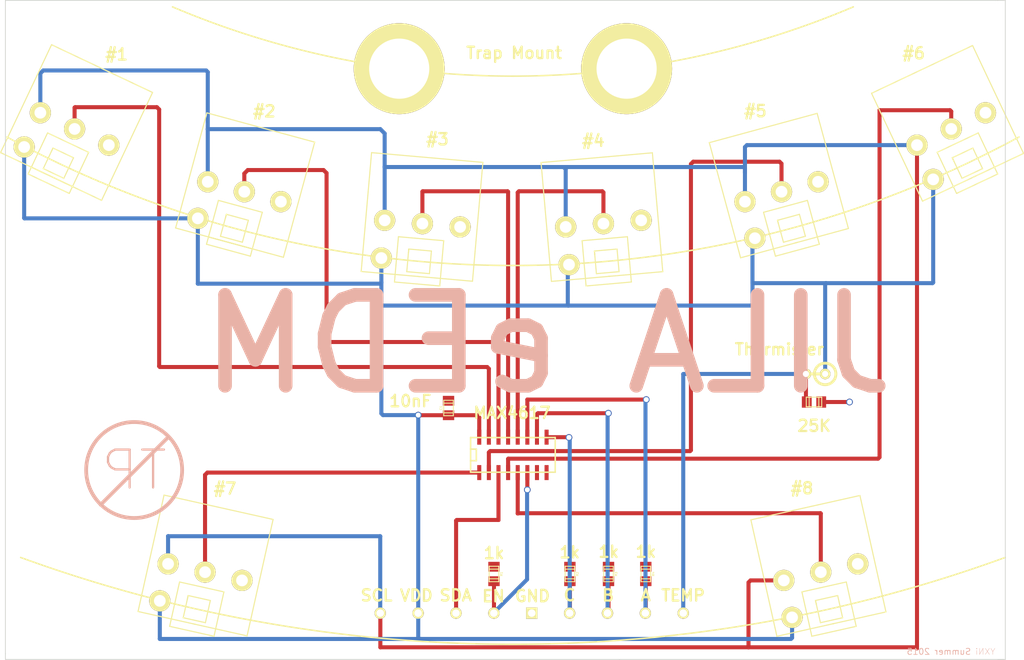
<source format=kicad_pcb>
(kicad_pcb (version 3) (host pcbnew "(2013-07-07 BZR 4022)-stable")

  (general
    (links 53)
    (no_connects 15)
    (area 132.035664 34.899999 267.738315 227.070001)
    (thickness 1.6)
    (drawings 47)
    (tracks 171)
    (zones 0)
    (modules 18)
    (nets 18)
  )

  (page A3)
  (layers
    (15 F.Cu signal)
    (0 B.Cu signal)
    (16 B.Adhes user)
    (17 F.Adhes user)
    (18 B.Paste user)
    (19 F.Paste user)
    (20 B.SilkS user hide)
    (21 F.SilkS user)
    (22 B.Mask user)
    (23 F.Mask user)
    (24 Dwgs.User user)
    (25 Cmts.User user)
    (26 Eco1.User user)
    (27 Eco2.User user)
    (28 Edge.Cuts user)
  )

  (setup
    (last_trace_width 0.5334)
    (trace_clearance 0.254)
    (zone_clearance 0.8)
    (zone_45_only no)
    (trace_min 0.254)
    (segment_width 0.2)
    (edge_width 0.1)
    (via_size 0.889)
    (via_drill 0.635)
    (via_min_size 0.889)
    (via_min_drill 0.508)
    (uvia_size 0.508)
    (uvia_drill 0.127)
    (uvias_allowed no)
    (uvia_min_size 0.508)
    (uvia_min_drill 0.127)
    (pcb_text_width 0.3)
    (pcb_text_size 1.5 1.5)
    (mod_edge_width 0.15)
    (mod_text_size 1 1)
    (mod_text_width 0.15)
    (pad_size 12 12)
    (pad_drill 7.9375)
    (pad_to_mask_clearance 0)
    (aux_axis_origin 0 0)
    (visible_elements 7FFFFFFF)
    (pcbplotparams
      (layerselection 284196865)
      (usegerberextensions false)
      (excludeedgelayer true)
      (linewidth 0.150000)
      (plotframeref false)
      (viasonmask false)
      (mode 1)
      (useauxorigin false)
      (hpglpennumber 1)
      (hpglpenspeed 20)
      (hpglpendiameter 15)
      (hpglpenoverlay 2)
      (psnegative false)
      (psa4output false)
      (plotreference false)
      (plotvalue false)
      (plotothertext false)
      (plotinvisibletext false)
      (padsonsilk false)
      (subtractmaskfromsilk false)
      (outputformat 2)
      (mirror false)
      (drillshape 0)
      (scaleselection 1)
      (outputdirectory ../../../../../Desktop/))
  )

  (net 0 "")
  (net 1 A)
  (net 2 B)
  (net 3 C)
  (net 4 EN)
  (net 5 GND)
  (net 6 SCL)
  (net 7 SDA)
  (net 8 SDA1)
  (net 9 SDA2)
  (net 10 SDA3)
  (net 11 SDA4)
  (net 12 SDA5)
  (net 13 SDA6)
  (net 14 SDA7)
  (net 15 SDA8)
  (net 16 TEMP)
  (net 17 VDD)

  (net_class Default "This is the default net class."
    (clearance 0.254)
    (trace_width 0.5334)
    (via_dia 0.889)
    (via_drill 0.635)
    (uvia_dia 0.508)
    (uvia_drill 0.127)
    (add_net "")
    (add_net A)
    (add_net B)
    (add_net C)
    (add_net EN)
    (add_net GND)
    (add_net SCL)
    (add_net SDA)
    (add_net SDA1)
    (add_net SDA2)
    (add_net SDA3)
    (add_net SDA4)
    (add_net SDA5)
    (add_net SDA6)
    (add_net SDA7)
    (add_net SDA8)
    (add_net TEMP)
    (add_net VDD)
  )

  (net_class Pads_0805 ""
    (clearance 0.254)
    (trace_width 1)
    (via_dia 0.889)
    (via_drill 0.635)
    (uvia_dia 0.508)
    (uvia_drill 0.127)
  )

  (module bolt_conn_host_single_supply (layer F.Cu) (tedit 55CCBFC0) (tstamp 55CA8D7D)
    (at 241.7335 220.36 12.6)
    (path /55A05683)
    (fp_text reference P8 (at 0 -12 12.6) (layer F.SilkS) hide
      (effects (font (size 1 1) (thickness 0.15)))
    )
    (fp_text value BOLT_CONN_SINGLE_SUPP (at 0 -10 12.6) (layer F.SilkS) hide
      (effects (font (size 1 1) (thickness 0.15)))
    )
    (fp_line (start -3 -3) (end 3 -3) (layer F.SilkS) (width 0.15))
    (fp_line (start 3 -3) (end 3 3) (layer F.SilkS) (width 0.15))
    (fp_line (start 3 3) (end -3 3) (layer F.SilkS) (width 0.15))
    (fp_line (start -3 3) (end -3 -3) (layer F.SilkS) (width 0.15))
    (fp_line (start 0 2) (end 7.25 2) (layer F.SilkS) (width 0.15))
    (fp_line (start 7.25 2) (end 7.25 -13.75) (layer F.SilkS) (width 0.15))
    (fp_line (start 7.25 -13.75) (end -7.5 -13.75) (layer F.SilkS) (width 0.15))
    (fp_line (start -7.5 -13.75) (end -7.5 2) (layer F.SilkS) (width 0.15))
    (fp_line (start -7.5 2) (end 0.25 2) (layer F.SilkS) (width 0.15))
    (fp_line (start -1.5 -1.5) (end 1.5 -1.5) (layer F.SilkS) (width 0.15))
    (fp_line (start 1.5 -1.5) (end 1.5 1.5) (layer F.SilkS) (width 0.15))
    (fp_line (start 1.5 1.5) (end -1.5 1.5) (layer F.SilkS) (width 0.15))
    (fp_line (start -1.5 1.5) (end -1.5 -1.5) (layer F.SilkS) (width 0.15))
    (fp_line (start -1.5 -1.5) (end -1.5 -1) (layer F.SilkS) (width 0.15))
    (pad 4 thru_hole circle (at 0 -5 12.6) (size 2.8 2.8) (drill 1.55)
      (layers *.Cu F.SilkS F.Mask)
      (net 15 SDA8)
    )
    (pad 2 thru_hole circle (at 5 -5 12.6) (size 2.8 2.8) (drill 1.55)
      (layers *.Cu F.SilkS F.Mask)
      (net 5 GND)
    )
    (pad 3 thru_hole circle (at -5 -5 12.6) (size 2.8 2.8) (drill 1.55)
      (layers *.Cu F.SilkS F.Mask)
      (net 6 SCL)
    )
    (pad 1 thru_hole circle (at -5 0 12.6) (size 2.8 2.8) (drill 1.55)
      (layers *.Cu F.SilkS F.Mask)
      (net 17 VDD)
    )
  )

  (module bolt_conn_host_single_supply (layer F.Cu) (tedit 55CCBFAA) (tstamp 55CA8D6B)
    (at 158.2665 220.36 347.4)
    (path /55A05679)
    (fp_text reference P7 (at 0 -12 347.4) (layer F.SilkS) hide
      (effects (font (size 1 1) (thickness 0.15)))
    )
    (fp_text value BOLT_CONN_SINGLE_SUPP (at 0 -10 347.4) (layer F.SilkS) hide
      (effects (font (size 1 1) (thickness 0.15)))
    )
    (fp_line (start -3 -3) (end 3 -3) (layer F.SilkS) (width 0.15))
    (fp_line (start 3 -3) (end 3 3) (layer F.SilkS) (width 0.15))
    (fp_line (start 3 3) (end -3 3) (layer F.SilkS) (width 0.15))
    (fp_line (start -3 3) (end -3 -3) (layer F.SilkS) (width 0.15))
    (fp_line (start 0 2) (end 7.25 2) (layer F.SilkS) (width 0.15))
    (fp_line (start 7.25 2) (end 7.25 -13.75) (layer F.SilkS) (width 0.15))
    (fp_line (start 7.25 -13.75) (end -7.5 -13.75) (layer F.SilkS) (width 0.15))
    (fp_line (start -7.5 -13.75) (end -7.5 2) (layer F.SilkS) (width 0.15))
    (fp_line (start -7.5 2) (end 0.25 2) (layer F.SilkS) (width 0.15))
    (fp_line (start -1.5 -1.5) (end 1.5 -1.5) (layer F.SilkS) (width 0.15))
    (fp_line (start 1.5 -1.5) (end 1.5 1.5) (layer F.SilkS) (width 0.15))
    (fp_line (start 1.5 1.5) (end -1.5 1.5) (layer F.SilkS) (width 0.15))
    (fp_line (start -1.5 1.5) (end -1.5 -1.5) (layer F.SilkS) (width 0.15))
    (fp_line (start -1.5 -1.5) (end -1.5 -1) (layer F.SilkS) (width 0.15))
    (pad 4 thru_hole circle (at 0 -5 347.4) (size 2.8 2.8) (drill 1.55)
      (layers *.Cu F.SilkS F.Mask)
      (net 14 SDA7)
    )
    (pad 2 thru_hole circle (at 5 -5 347.4) (size 2.8 2.8) (drill 1.55)
      (layers *.Cu F.SilkS F.Mask)
      (net 5 GND)
    )
    (pad 3 thru_hole circle (at -5 -5 347.4) (size 2.8 2.8) (drill 1.55)
      (layers *.Cu F.SilkS F.Mask)
      (net 6 SCL)
    )
    (pad 1 thru_hole circle (at -5 0 347.4) (size 2.8 2.8) (drill 1.55)
      (layers *.Cu F.SilkS F.Mask)
      (net 17 VDD)
    )
  )

  (module bolt_conn_host_single_supply (layer F.Cu) (tedit 55CCBFA3) (tstamp 55CA8D35)
    (at 260 161.4911 25.3)
    (path /55A0565B)
    (fp_text reference P6 (at 0 -12 25.3) (layer F.SilkS) hide
      (effects (font (size 1 1) (thickness 0.15)))
    )
    (fp_text value BOLT_CONN_SINGLE_SUPP (at 0 -10 25.3) (layer F.SilkS) hide
      (effects (font (size 1 1) (thickness 0.15)))
    )
    (fp_line (start -3 -3) (end 3 -3) (layer F.SilkS) (width 0.15))
    (fp_line (start 3 -3) (end 3 3) (layer F.SilkS) (width 0.15))
    (fp_line (start 3 3) (end -3 3) (layer F.SilkS) (width 0.15))
    (fp_line (start -3 3) (end -3 -3) (layer F.SilkS) (width 0.15))
    (fp_line (start 0 2) (end 7.25 2) (layer F.SilkS) (width 0.15))
    (fp_line (start 7.25 2) (end 7.25 -13.75) (layer F.SilkS) (width 0.15))
    (fp_line (start 7.25 -13.75) (end -7.5 -13.75) (layer F.SilkS) (width 0.15))
    (fp_line (start -7.5 -13.75) (end -7.5 2) (layer F.SilkS) (width 0.15))
    (fp_line (start -7.5 2) (end 0.25 2) (layer F.SilkS) (width 0.15))
    (fp_line (start -1.5 -1.5) (end 1.5 -1.5) (layer F.SilkS) (width 0.15))
    (fp_line (start 1.5 -1.5) (end 1.5 1.5) (layer F.SilkS) (width 0.15))
    (fp_line (start 1.5 1.5) (end -1.5 1.5) (layer F.SilkS) (width 0.15))
    (fp_line (start -1.5 1.5) (end -1.5 -1.5) (layer F.SilkS) (width 0.15))
    (fp_line (start -1.5 -1.5) (end -1.5 -1) (layer F.SilkS) (width 0.15))
    (pad 4 thru_hole circle (at 0 -5 25.3) (size 2.8 2.8) (drill 1.55)
      (layers *.Cu F.SilkS F.Mask)
      (net 13 SDA6)
    )
    (pad 2 thru_hole circle (at 5 -5 25.3) (size 2.8 2.8) (drill 1.55)
      (layers *.Cu F.SilkS F.Mask)
      (net 5 GND)
    )
    (pad 3 thru_hole circle (at -5 -5 25.3) (size 2.8 2.8) (drill 1.55)
      (layers *.Cu F.SilkS F.Mask)
      (net 6 SCL)
    )
    (pad 1 thru_hole circle (at -5 0 25.3) (size 2.8 2.8) (drill 1.55)
      (layers *.Cu F.SilkS F.Mask)
      (net 17 VDD)
    )
  )

  (module bolt_conn_host_single_supply (layer F.Cu) (tedit 55CCBF9E) (tstamp 55CA8D23)
    (at 236.7682 170.0855 15.2)
    (path /55A05651)
    (fp_text reference P5 (at 0 -12 15.2) (layer F.SilkS) hide
      (effects (font (size 1 1) (thickness 0.15)))
    )
    (fp_text value BOLT_CONN_SINGLE_SUPP (at 0 -10 15.2) (layer F.SilkS) hide
      (effects (font (size 1 1) (thickness 0.15)))
    )
    (fp_line (start -3 -3) (end 3 -3) (layer F.SilkS) (width 0.15))
    (fp_line (start 3 -3) (end 3 3) (layer F.SilkS) (width 0.15))
    (fp_line (start 3 3) (end -3 3) (layer F.SilkS) (width 0.15))
    (fp_line (start -3 3) (end -3 -3) (layer F.SilkS) (width 0.15))
    (fp_line (start 0 2) (end 7.25 2) (layer F.SilkS) (width 0.15))
    (fp_line (start 7.25 2) (end 7.25 -13.75) (layer F.SilkS) (width 0.15))
    (fp_line (start 7.25 -13.75) (end -7.5 -13.75) (layer F.SilkS) (width 0.15))
    (fp_line (start -7.5 -13.75) (end -7.5 2) (layer F.SilkS) (width 0.15))
    (fp_line (start -7.5 2) (end 0.25 2) (layer F.SilkS) (width 0.15))
    (fp_line (start -1.5 -1.5) (end 1.5 -1.5) (layer F.SilkS) (width 0.15))
    (fp_line (start 1.5 -1.5) (end 1.5 1.5) (layer F.SilkS) (width 0.15))
    (fp_line (start 1.5 1.5) (end -1.5 1.5) (layer F.SilkS) (width 0.15))
    (fp_line (start -1.5 1.5) (end -1.5 -1.5) (layer F.SilkS) (width 0.15))
    (fp_line (start -1.5 -1.5) (end -1.5 -1) (layer F.SilkS) (width 0.15))
    (pad 4 thru_hole circle (at 0 -5 15.2) (size 2.8 2.8) (drill 1.55)
      (layers *.Cu F.SilkS F.Mask)
      (net 12 SDA5)
    )
    (pad 2 thru_hole circle (at 5 -5 15.2) (size 2.8 2.8) (drill 1.55)
      (layers *.Cu F.SilkS F.Mask)
      (net 5 GND)
    )
    (pad 3 thru_hole circle (at -5 -5 15.2) (size 2.8 2.8) (drill 1.55)
      (layers *.Cu F.SilkS F.Mask)
      (net 6 SCL)
    )
    (pad 1 thru_hole circle (at -5 0 15.2) (size 2.8 2.8) (drill 1.55)
      (layers *.Cu F.SilkS F.Mask)
      (net 17 VDD)
    )
  )

  (module bolt_conn_host_single_supply (layer F.Cu) (tedit 55CCBF9B) (tstamp 55CA8D59)
    (at 212.3853 174.4511 5)
    (path /55A0566F)
    (fp_text reference P4 (at 0 -12 5) (layer F.SilkS) hide
      (effects (font (size 1 1) (thickness 0.15)))
    )
    (fp_text value BOLT_CONN_SINGLE_SUPP (at 0 -10 5) (layer F.SilkS) hide
      (effects (font (size 1 1) (thickness 0.15)))
    )
    (fp_line (start -3 -3) (end 3 -3) (layer F.SilkS) (width 0.15))
    (fp_line (start 3 -3) (end 3 3) (layer F.SilkS) (width 0.15))
    (fp_line (start 3 3) (end -3 3) (layer F.SilkS) (width 0.15))
    (fp_line (start -3 3) (end -3 -3) (layer F.SilkS) (width 0.15))
    (fp_line (start 0 2) (end 7.25 2) (layer F.SilkS) (width 0.15))
    (fp_line (start 7.25 2) (end 7.25 -13.75) (layer F.SilkS) (width 0.15))
    (fp_line (start 7.25 -13.75) (end -7.5 -13.75) (layer F.SilkS) (width 0.15))
    (fp_line (start -7.5 -13.75) (end -7.5 2) (layer F.SilkS) (width 0.15))
    (fp_line (start -7.5 2) (end 0.25 2) (layer F.SilkS) (width 0.15))
    (fp_line (start -1.5 -1.5) (end 1.5 -1.5) (layer F.SilkS) (width 0.15))
    (fp_line (start 1.5 -1.5) (end 1.5 1.5) (layer F.SilkS) (width 0.15))
    (fp_line (start 1.5 1.5) (end -1.5 1.5) (layer F.SilkS) (width 0.15))
    (fp_line (start -1.5 1.5) (end -1.5 -1.5) (layer F.SilkS) (width 0.15))
    (fp_line (start -1.5 -1.5) (end -1.5 -1) (layer F.SilkS) (width 0.15))
    (pad 4 thru_hole circle (at 0 -5 5) (size 2.8 2.8) (drill 1.55)
      (layers *.Cu F.SilkS F.Mask)
      (net 11 SDA4)
    )
    (pad 2 thru_hole circle (at 5 -5 5) (size 2.8 2.8) (drill 1.55)
      (layers *.Cu F.SilkS F.Mask)
      (net 5 GND)
    )
    (pad 3 thru_hole circle (at -5 -5 5) (size 2.8 2.8) (drill 1.55)
      (layers *.Cu F.SilkS F.Mask)
      (net 6 SCL)
    )
    (pad 1 thru_hole circle (at -5 0 5) (size 2.8 2.8) (drill 1.55)
      (layers *.Cu F.SilkS F.Mask)
      (net 17 VDD)
    )
  )

  (module bolt_conn_host_single_supply (layer F.Cu) (tedit 55CCBF94) (tstamp 55CA8D11)
    (at 163.2318 170.0855 344.8)
    (path /55A05644)
    (fp_text reference P2 (at 0 -12 344.8) (layer F.SilkS) hide
      (effects (font (size 1 1) (thickness 0.15)))
    )
    (fp_text value BOLT_CONN_SINGLE_SUPP (at 0 -10 344.8) (layer F.SilkS) hide
      (effects (font (size 1 1) (thickness 0.15)))
    )
    (fp_line (start -3 -3) (end 3 -3) (layer F.SilkS) (width 0.15))
    (fp_line (start 3 -3) (end 3 3) (layer F.SilkS) (width 0.15))
    (fp_line (start 3 3) (end -3 3) (layer F.SilkS) (width 0.15))
    (fp_line (start -3 3) (end -3 -3) (layer F.SilkS) (width 0.15))
    (fp_line (start 3 2) (end -3 2) (layer F.SilkS) (width 0.15))
    (fp_line (start 0 2) (end 7.25 2) (layer F.SilkS) (width 0.15))
    (fp_line (start 7.25 2) (end 7.25 -13.75) (layer F.SilkS) (width 0.15))
    (fp_line (start 7.25 -13.75) (end -7.5 -13.75) (layer F.SilkS) (width 0.15))
    (fp_line (start -7.5 -13.75) (end -7.5 2) (layer F.SilkS) (width 0.15))
    (fp_line (start -7.5 2) (end 0.25 2) (layer F.SilkS) (width 0.15))
    (fp_line (start -1.5 -1.5) (end 1.5 -1.5) (layer F.SilkS) (width 0.15))
    (fp_line (start 1.5 -1.5) (end 1.5 1.5) (layer F.SilkS) (width 0.15))
    (fp_line (start 1.5 1.5) (end -1.5 1.5) (layer F.SilkS) (width 0.15))
    (fp_line (start -1.5 1.5) (end -1.5 -1.5) (layer F.SilkS) (width 0.15))
    (fp_line (start -1.5 -1.5) (end -1.5 -1) (layer F.SilkS) (width 0.15))
    (pad 4 thru_hole circle (at 0 -5 344.8) (size 2.8 2.8) (drill 1.55)
      (layers *.Cu F.SilkS F.Mask)
      (net 9 SDA2)
    )
    (pad 2 thru_hole circle (at 5 -5 344.8) (size 2.8 2.8) (drill 1.55)
      (layers *.Cu F.SilkS F.Mask)
      (net 5 GND)
    )
    (pad 3 thru_hole circle (at -5 -5 344.8) (size 2.8 2.8) (drill 1.55)
      (layers *.Cu F.SilkS F.Mask)
      (net 6 SCL)
    )
    (pad 1 thru_hole circle (at -5 0 344.8) (size 2.8 2.8) (drill 1.55)
      (layers *.Cu F.SilkS F.Mask)
      (net 17 VDD)
    )
  )

  (module bolt_conn_host_single_supply (layer F.Cu) (tedit 55CCBF90) (tstamp 55CA8CFF)
    (at 140 161.4911 334.7)
    (path /55A055FE)
    (fp_text reference P1 (at 0 -12 334.7) (layer F.SilkS) hide
      (effects (font (size 1 1) (thickness 0.15)))
    )
    (fp_text value BOLT_CONN_SINGLE_SUPP (at 0 -10 334.7) (layer F.SilkS) hide
      (effects (font (size 1 1) (thickness 0.15)))
    )
    (fp_line (start -3 -3) (end 3 -3) (layer F.SilkS) (width 0.15))
    (fp_line (start 3 -3) (end 3 3) (layer F.SilkS) (width 0.15))
    (fp_line (start 3 3) (end -3 3) (layer F.SilkS) (width 0.15))
    (fp_line (start -3 3) (end -3 -3) (layer F.SilkS) (width 0.15))
    (fp_line (start 3 2) (end -3 2) (layer F.SilkS) (width 0.15))
    (fp_line (start 0 2) (end 7.25 2) (layer F.SilkS) (width 0.15))
    (fp_line (start 7.25 2) (end 7.25 -13.75) (layer F.SilkS) (width 0.15))
    (fp_line (start 7.25 -13.75) (end -7.5 -13.75) (layer F.SilkS) (width 0.15))
    (fp_line (start -7.5 -13.75) (end -7.5 2) (layer F.SilkS) (width 0.15))
    (fp_line (start -7.5 2) (end 0.25 2) (layer F.SilkS) (width 0.15))
    (fp_line (start -1.5 -1.5) (end 1.5 -1.5) (layer F.SilkS) (width 0.15))
    (fp_line (start 1.5 -1.5) (end 1.5 1.5) (layer F.SilkS) (width 0.15))
    (fp_line (start 1.5 1.5) (end -1.5 1.5) (layer F.SilkS) (width 0.15))
    (fp_line (start -1.5 1.5) (end -1.5 -1.5) (layer F.SilkS) (width 0.15))
    (fp_line (start -1.5 -1.5) (end -1.5 -1) (layer F.SilkS) (width 0.15))
    (pad 4 thru_hole circle (at 0 -5 334.7) (size 2.8 2.8) (drill 1.55)
      (layers *.Cu F.SilkS F.Mask)
      (net 8 SDA1)
    )
    (pad 2 thru_hole circle (at 5 -5 334.7) (size 2.8 2.8) (drill 1.55)
      (layers *.Cu F.SilkS F.Mask)
      (net 5 GND)
    )
    (pad 3 thru_hole circle (at -5 -5 334.7) (size 2.8 2.8) (drill 1.55)
      (layers *.Cu F.SilkS F.Mask)
      (net 6 SCL)
    )
    (pad 1 thru_hole circle (at -5 0 334.7) (size 2.8 2.8) (drill 1.55)
      (layers *.Cu F.SilkS F.Mask)
      (net 17 VDD)
    )
  )

  (module bolt_conn_host_single_supply (layer F.Cu) (tedit 55CCBF97) (tstamp 55CA8D47)
    (at 187.6147 174.4511 355)
    (path /55A05665)
    (fp_text reference P3 (at 0 -12 355) (layer F.SilkS) hide
      (effects (font (size 1 1) (thickness 0.15)))
    )
    (fp_text value BOLT_CONN_SINGLE_SUPP (at 0 -10 355) (layer F.SilkS) hide
      (effects (font (size 1 1) (thickness 0.15)))
    )
    (fp_line (start -3 -3) (end 3 -3) (layer F.SilkS) (width 0.15))
    (fp_line (start 3 -3) (end 3 3) (layer F.SilkS) (width 0.15))
    (fp_line (start 3 3) (end -3 3) (layer F.SilkS) (width 0.15))
    (fp_line (start -3 3) (end -3 -3) (layer F.SilkS) (width 0.15))
    (fp_line (start 0 2) (end 7.25 2) (layer F.SilkS) (width 0.15))
    (fp_line (start 7.25 2) (end 7.25 -13.75) (layer F.SilkS) (width 0.15))
    (fp_line (start 7.25 -13.75) (end -7.5 -13.75) (layer F.SilkS) (width 0.15))
    (fp_line (start -7.5 -13.75) (end -7.5 2) (layer F.SilkS) (width 0.15))
    (fp_line (start -7.5 2) (end 0.25 2) (layer F.SilkS) (width 0.15))
    (fp_line (start -1.5 -1.5) (end 1.5 -1.5) (layer F.SilkS) (width 0.15))
    (fp_line (start 1.5 -1.5) (end 1.5 1.5) (layer F.SilkS) (width 0.15))
    (fp_line (start 1.5 1.5) (end -1.5 1.5) (layer F.SilkS) (width 0.15))
    (fp_line (start -1.5 1.5) (end -1.5 -1.5) (layer F.SilkS) (width 0.15))
    (fp_line (start -1.5 -1.5) (end -1.5 -1) (layer F.SilkS) (width 0.15))
    (pad 4 thru_hole circle (at 0 -5 355) (size 2.8 2.8) (drill 1.55)
      (layers *.Cu F.SilkS F.Mask)
      (net 10 SDA3)
    )
    (pad 2 thru_hole circle (at 5 -5 355) (size 2.8 2.8) (drill 1.55)
      (layers *.Cu F.SilkS F.Mask)
      (net 5 GND)
    )
    (pad 3 thru_hole circle (at -5 -5 355) (size 2.8 2.8) (drill 1.55)
      (layers *.Cu F.SilkS F.Mask)
      (net 6 SCL)
    )
    (pad 1 thru_hole circle (at -5 0 355) (size 2.8 2.8) (drill 1.55)
      (layers *.Cu F.SilkS F.Mask)
      (net 17 VDD)
    )
  )

  (module Mounting_Hole (layer F.Cu) (tedit 55CA69F2) (tstamp 55CA94E7)
    (at 200 150)
    (fp_text reference "" (at 0 0) (layer F.SilkS) hide
      (effects (font (size 1 1) (thickness 0.15)))
    )
    (fp_text value "" (at 0 0) (layer F.SilkS) hide
      (effects (font (size 1 1) (thickness 0.15)))
    )
    (pad "" np_thru_hole circle (at -15.011 -0.984) (size 12 12) (drill 7.9375)
      (layers *.Cu *.Mask F.SilkS)
    )
    (pad "" np_thru_hole circle (at 15.011 -0.984) (size 12 12) (drill 7.9375)
      (layers *.Cu *.Mask F.SilkS)
    )
  )

  (module c_0805 (layer F.Cu) (tedit 49047394) (tstamp 55A80DB4)
    (at 207.52 215.72 270)
    (descr "SMT capacitor, 0805")
    (path /55A80B34)
    (fp_text reference R2 (at 0 -0.9906 270) (layer F.SilkS)
      (effects (font (size 0.29972 0.29972) (thickness 0.06096)))
    )
    (fp_text value 1k (at 0 0.9906 270) (layer F.SilkS) hide
      (effects (font (size 0.29972 0.29972) (thickness 0.06096)))
    )
    (fp_line (start 0.635 -0.635) (end 0.635 0.635) (layer F.SilkS) (width 0.127))
    (fp_line (start -0.635 -0.635) (end -0.635 0.6096) (layer F.SilkS) (width 0.127))
    (fp_line (start -1.016 -0.635) (end 1.016 -0.635) (layer F.SilkS) (width 0.127))
    (fp_line (start 1.016 -0.635) (end 1.016 0.635) (layer F.SilkS) (width 0.127))
    (fp_line (start 1.016 0.635) (end -1.016 0.635) (layer F.SilkS) (width 0.127))
    (fp_line (start -1.016 0.635) (end -1.016 -0.635) (layer F.SilkS) (width 0.127))
    (pad 1 smd rect (at 0.9525 0 270) (size 1.30048 1.4986)
      (layers F.Cu F.Paste F.Mask)
      (net 3 C)
    )
    (pad 2 smd rect (at -0.9525 0 270) (size 1.30048 1.4986)
      (layers F.Cu F.Paste F.Mask)
      (net 5 GND)
    )
    (model smd/capacitors/c_0805.wrl
      (at (xyz 0 0 0))
      (scale (xyz 1 1 1))
      (rotate (xyz 0 0 0))
    )
  )

  (module c_0805 (layer F.Cu) (tedit 49047394) (tstamp 55A80DC0)
    (at 212.62 215.72 270)
    (descr "SMT capacitor, 0805")
    (path /55A80B41)
    (fp_text reference R3 (at 0 -0.9906 270) (layer F.SilkS)
      (effects (font (size 0.29972 0.29972) (thickness 0.06096)))
    )
    (fp_text value 1k (at 0 0.9906 270) (layer F.SilkS) hide
      (effects (font (size 0.29972 0.29972) (thickness 0.06096)))
    )
    (fp_line (start 0.635 -0.635) (end 0.635 0.635) (layer F.SilkS) (width 0.127))
    (fp_line (start -0.635 -0.635) (end -0.635 0.6096) (layer F.SilkS) (width 0.127))
    (fp_line (start -1.016 -0.635) (end 1.016 -0.635) (layer F.SilkS) (width 0.127))
    (fp_line (start 1.016 -0.635) (end 1.016 0.635) (layer F.SilkS) (width 0.127))
    (fp_line (start 1.016 0.635) (end -1.016 0.635) (layer F.SilkS) (width 0.127))
    (fp_line (start -1.016 0.635) (end -1.016 -0.635) (layer F.SilkS) (width 0.127))
    (pad 1 smd rect (at 0.9525 0 270) (size 1.30048 1.4986)
      (layers F.Cu F.Paste F.Mask)
      (net 2 B)
    )
    (pad 2 smd rect (at -0.9525 0 270) (size 1.30048 1.4986)
      (layers F.Cu F.Paste F.Mask)
      (net 5 GND)
    )
    (model smd/capacitors/c_0805.wrl
      (at (xyz 0 0 0))
      (scale (xyz 1 1 1))
      (rotate (xyz 0 0 0))
    )
  )

  (module c_0805 (layer F.Cu) (tedit 49047394) (tstamp 55A80DCC)
    (at 217.54 215.72 270)
    (descr "SMT capacitor, 0805")
    (path /55A80B47)
    (fp_text reference R4 (at 0 -0.9906 270) (layer F.SilkS)
      (effects (font (size 0.29972 0.29972) (thickness 0.06096)))
    )
    (fp_text value 1k (at 0 0.9906 270) (layer F.SilkS) hide
      (effects (font (size 0.29972 0.29972) (thickness 0.06096)))
    )
    (fp_line (start 0.635 -0.635) (end 0.635 0.635) (layer F.SilkS) (width 0.127))
    (fp_line (start -0.635 -0.635) (end -0.635 0.6096) (layer F.SilkS) (width 0.127))
    (fp_line (start -1.016 -0.635) (end 1.016 -0.635) (layer F.SilkS) (width 0.127))
    (fp_line (start 1.016 -0.635) (end 1.016 0.635) (layer F.SilkS) (width 0.127))
    (fp_line (start 1.016 0.635) (end -1.016 0.635) (layer F.SilkS) (width 0.127))
    (fp_line (start -1.016 0.635) (end -1.016 -0.635) (layer F.SilkS) (width 0.127))
    (pad 1 smd rect (at 0.9525 0 270) (size 1.30048 1.4986)
      (layers F.Cu F.Paste F.Mask)
      (net 1 A)
    )
    (pad 2 smd rect (at -0.9525 0 270) (size 1.30048 1.4986)
      (layers F.Cu F.Paste F.Mask)
      (net 5 GND)
    )
    (model smd/capacitors/c_0805.wrl
      (at (xyz 0 0 0))
      (scale (xyz 1 1 1))
      (rotate (xyz 0 0 0))
    )
  )

  (module c_0805 (layer F.Cu) (tedit 49047394) (tstamp 55CA368C)
    (at 191.5 193.81 90)
    (descr "SMT capacitor, 0805")
    (path /55A80B4F)
    (fp_text reference C1 (at 0 -0.9906 90) (layer F.SilkS)
      (effects (font (size 0.29972 0.29972) (thickness 0.06096)))
    )
    (fp_text value 10nF (at 0 0.9906 90) (layer F.SilkS) hide
      (effects (font (size 0.29972 0.29972) (thickness 0.06096)))
    )
    (fp_line (start 0.635 -0.635) (end 0.635 0.635) (layer F.SilkS) (width 0.127))
    (fp_line (start -0.635 -0.635) (end -0.635 0.6096) (layer F.SilkS) (width 0.127))
    (fp_line (start -1.016 -0.635) (end 1.016 -0.635) (layer F.SilkS) (width 0.127))
    (fp_line (start 1.016 -0.635) (end 1.016 0.635) (layer F.SilkS) (width 0.127))
    (fp_line (start 1.016 0.635) (end -1.016 0.635) (layer F.SilkS) (width 0.127))
    (fp_line (start -1.016 0.635) (end -1.016 -0.635) (layer F.SilkS) (width 0.127))
    (pad 1 smd rect (at 0.9525 0 90) (size 1.30048 1.4986)
      (layers F.Cu F.Paste F.Mask)
      (net 5 GND)
    )
    (pad 2 smd rect (at -0.9525 0 90) (size 1.30048 1.4986)
      (layers F.Cu F.Paste F.Mask)
      (net 17 VDD)
    )
    (model smd/capacitors/c_0805.wrl
      (at (xyz 0 0 0))
      (scale (xyz 1 1 1))
      (rotate (xyz 0 0 0))
    )
  )

  (module c_0805 (layer F.Cu) (tedit 49047394) (tstamp 55A80DE4)
    (at 197.5 215.72 270)
    (descr "SMT capacitor, 0805")
    (path /55A80B5C)
    (fp_text reference R1 (at 0 -0.9906 270) (layer F.SilkS)
      (effects (font (size 0.29972 0.29972) (thickness 0.06096)))
    )
    (fp_text value 1k (at 0 0.9906 270) (layer F.SilkS) hide
      (effects (font (size 0.29972 0.29972) (thickness 0.06096)))
    )
    (fp_line (start 0.635 -0.635) (end 0.635 0.635) (layer F.SilkS) (width 0.127))
    (fp_line (start -0.635 -0.635) (end -0.635 0.6096) (layer F.SilkS) (width 0.127))
    (fp_line (start -1.016 -0.635) (end 1.016 -0.635) (layer F.SilkS) (width 0.127))
    (fp_line (start 1.016 -0.635) (end 1.016 0.635) (layer F.SilkS) (width 0.127))
    (fp_line (start 1.016 0.635) (end -1.016 0.635) (layer F.SilkS) (width 0.127))
    (fp_line (start -1.016 0.635) (end -1.016 -0.635) (layer F.SilkS) (width 0.127))
    (pad 1 smd rect (at 0.9525 0 270) (size 1.30048 1.4986)
      (layers F.Cu F.Paste F.Mask)
      (net 4 EN)
    )
    (pad 2 smd rect (at -0.9525 0 270) (size 1.30048 1.4986)
      (layers F.Cu F.Paste F.Mask)
      (net 5 GND)
    )
    (model smd/capacitors/c_0805.wrl
      (at (xyz 0 0 0))
      (scale (xyz 1 1 1))
      (rotate (xyz 0 0 0))
    )
  )

  (module SO-16-Narrow (layer F.Cu) (tedit 55CCBFCF) (tstamp 55A83C52)
    (at 200 200)
    (descr "Module CMS SOJ 16 pins large")
    (tags "CMS SOJ")
    (path /55A6BF8F)
    (attr smd)
    (fp_text reference MUX1 (at 0.127 -1.27) (layer F.SilkS) hide
      (effects (font (size 1.016 1.016) (thickness 0.2032)))
    )
    (fp_text value MAX4617 (at 0 1.27) (layer F.SilkS) hide
      (effects (font (size 1.016 1.016) (thickness 0.2032)))
    )
    (fp_line (start -5.588 -0.762) (end -4.826 -0.762) (layer F.SilkS) (width 0.2032))
    (fp_line (start -4.826 -0.762) (end -4.826 0.762) (layer F.SilkS) (width 0.2032))
    (fp_line (start -4.826 0.762) (end -5.588 0.762) (layer F.SilkS) (width 0.2032))
    (fp_line (start 5.588 -2.286) (end 5.588 2.286) (layer F.SilkS) (width 0.2032))
    (fp_line (start 5.588 2.286) (end -5.588 2.286) (layer F.SilkS) (width 0.2032))
    (fp_line (start -5.588 2.286) (end -5.588 -2.286) (layer F.SilkS) (width 0.2032))
    (fp_line (start -5.588 -2.286) (end 5.588 -2.286) (layer F.SilkS) (width 0.2032))
    (pad 16 smd rect (at -4.445 -2.3368) (size 0.5334 1.9812)
      (layers F.Cu F.Paste F.Mask)
      (net 17 VDD)
    )
    (pad 14 smd rect (at -1.905 -2.3368) (size 0.5334 1.9812)
      (layers F.Cu F.Paste F.Mask)
      (net 9 SDA2)
    )
    (pad 13 smd rect (at -0.635 -2.3368) (size 0.5334 1.9812)
      (layers F.Cu F.Paste F.Mask)
      (net 10 SDA3)
    )
    (pad 12 smd rect (at 0.635 -2.3368) (size 0.5334 1.9812)
      (layers F.Cu F.Paste F.Mask)
      (net 11 SDA4)
    )
    (pad 11 smd rect (at 1.905 -2.3368) (size 0.5334 1.9812)
      (layers F.Cu F.Paste F.Mask)
      (net 1 A)
    )
    (pad 10 smd rect (at 3.175 -2.3368) (size 0.5334 1.9812)
      (layers F.Cu F.Paste F.Mask)
      (net 2 B)
    )
    (pad 9 smd rect (at 4.445 -2.3368) (size 0.5334 1.9812)
      (layers F.Cu F.Paste F.Mask)
      (net 3 C)
    )
    (pad 8 smd rect (at 4.445 2.3368) (size 0.5334 1.9812)
      (layers F.Cu F.Paste F.Mask)
      (net 5 GND)
    )
    (pad 7 smd rect (at 3.175 2.3368) (size 0.5334 1.9812)
      (layers F.Cu F.Paste F.Mask)
    )
    (pad 6 smd rect (at 1.905 2.3368) (size 0.5334 1.9812)
      (layers F.Cu F.Paste F.Mask)
      (net 4 EN)
    )
    (pad 5 smd rect (at 0.635 2.3368) (size 0.5334 1.9812)
      (layers F.Cu F.Paste F.Mask)
      (net 15 SDA8)
    )
    (pad 4 smd rect (at -0.635 2.3368) (size 0.5334 1.9812)
      (layers F.Cu F.Paste F.Mask)
      (net 13 SDA6)
    )
    (pad 3 smd rect (at -1.905 2.3368) (size 0.5334 1.9812)
      (layers F.Cu F.Paste F.Mask)
      (net 7 SDA)
    )
    (pad 2 smd rect (at -3.175 2.3368) (size 0.5334 1.9812)
      (layers F.Cu F.Paste F.Mask)
      (net 12 SDA5)
    )
    (pad 1 smd rect (at -4.445 2.3368) (size 0.5334 1.9812)
      (layers F.Cu F.Paste F.Mask)
      (net 14 SDA7)
    )
    (pad 15 smd rect (at -3.175 -2.3368) (size 0.5334 1.9812)
      (layers F.Cu F.Paste F.Mask)
      (net 8 SDA1)
    )
    (model smd/cms_so16.wrl
      (at (xyz 0 0 0))
      (scale (xyz 0.5 0.4 0.5))
      (rotate (xyz 0 0 0))
    )
  )

  (module R1 (layer F.Cu) (tedit 55CB8D02) (tstamp 55CB8C87)
    (at 239.95 189.315 180)
    (descr "Resistance verticale")
    (tags R)
    (path /55CB7ED9)
    (autoplace_cost90 10)
    (autoplace_cost180 10)
    (fp_text reference TEMP1 (at -1.016 2.54 180) (layer F.SilkS) hide
      (effects (font (size 1.397 1.27) (thickness 0.2032)))
    )
    (fp_text value TEMP (at -1.143 2.54 180) (layer F.SilkS) hide
      (effects (font (size 1.397 1.27) (thickness 0.2032)))
    )
    (fp_line (start -1.27 0) (end 1.27 0) (layer F.SilkS) (width 0.381))
    (fp_circle (center -1.27 0) (end -0.635 1.27) (layer F.SilkS) (width 0.381))
    (pad 1 thru_hole circle (at -1.27 0 180) (size 1.397 1.397) (drill 0.8128)
      (layers *.Cu *.Mask F.SilkS)
      (net 17 VDD)
    )
    (pad 2 thru_hole circle (at 1.27 0 180) (size 1.397 1.397) (drill 0.8128)
      (layers *.Cu *.Mask F.SilkS)
      (net 16 TEMP)
    )
    (model discret/verti_resistor.wrl
      (at (xyz 0 0 0))
      (scale (xyz 1 1 1))
      (rotate (xyz 0 0 0))
    )
  )

  (module HOST_DUNGLE_TEMP (layer F.Cu) (tedit 55CCBFB1) (tstamp 55CB8C94)
    (at 202.485 220.89)
    (path /55A6C132)
    (fp_text reference P9 (at 0 -5) (layer F.SilkS) hide
      (effects (font (size 1 1) (thickness 0.15)))
    )
    (fp_text value HOST_CONNECTOR_SINGLE_SUPP (at 0 -10) (layer F.SilkS) hide
      (effects (font (size 1 1) (thickness 0.15)))
    )
    (pad 4 thru_hole rect (at 0 0) (size 1.5 1.5) (drill 1)
      (layers *.Cu *.Mask F.SilkS)
      (net 5 GND)
    )
    (pad 8 thru_hole circle (at -5 0) (size 1.5 1.5) (drill 1)
      (layers *.Cu *.Mask F.SilkS)
      (net 4 EN)
    )
    (pad 2 thru_hole circle (at -10 0) (size 1.5 1.5) (drill 1)
      (layers *.Cu *.Mask F.SilkS)
      (net 7 SDA)
    )
    (pad 3 thru_hole circle (at -15 0) (size 1.5 1.5) (drill 1)
      (layers *.Cu *.Mask F.SilkS)
      (net 17 VDD)
    )
    (pad 1 thru_hole circle (at -20 0) (size 1.5 1.5) (drill 1)
      (layers *.Cu *.Mask F.SilkS)
      (net 6 SCL)
    )
    (pad 7 thru_hole circle (at 5 0) (size 1.5 1.5) (drill 1)
      (layers *.Cu *.Mask F.SilkS)
      (net 3 C)
    )
    (pad 6 thru_hole circle (at 10 0) (size 1.5 1.5) (drill 1)
      (layers *.Cu *.Mask F.SilkS)
      (net 2 B)
    )
    (pad 5 thru_hole circle (at 15 0) (size 1.5 1.5) (drill 1)
      (layers *.Cu *.Mask F.SilkS)
      (net 1 A)
    )
    (pad 9 thru_hole circle (at 20 0) (size 1.5 1.5) (drill 1)
      (layers *.Cu *.Mask F.SilkS)
      (net 16 TEMP)
    )
  )

  (module c_0805 (layer F.Cu) (tedit 55CB9414) (tstamp 55CB8CA0)
    (at 239.745 193.02 180)
    (descr "SMT capacitor, 0805")
    (path /55CB828C)
    (fp_text reference R5 (at 0 -0.9906 180) (layer F.SilkS) hide
      (effects (font (size 0.29972 0.29972) (thickness 0.06096)))
    )
    (fp_text value 25k (at -0.005 -1.445 180) (layer F.SilkS) hide
      (effects (font (size 0.29972 0.29972) (thickness 0.06096)))
    )
    (fp_line (start 0.635 -0.635) (end 0.635 0.635) (layer F.SilkS) (width 0.127))
    (fp_line (start -0.635 -0.635) (end -0.635 0.6096) (layer F.SilkS) (width 0.127))
    (fp_line (start -1.016 -0.635) (end 1.016 -0.635) (layer F.SilkS) (width 0.127))
    (fp_line (start 1.016 -0.635) (end 1.016 0.635) (layer F.SilkS) (width 0.127))
    (fp_line (start 1.016 0.635) (end -1.016 0.635) (layer F.SilkS) (width 0.127))
    (fp_line (start -1.016 0.635) (end -1.016 -0.635) (layer F.SilkS) (width 0.127))
    (pad 1 smd rect (at 0.9525 0 180) (size 1.30048 1.4986)
      (layers F.Cu F.Paste F.Mask)
      (net 16 TEMP)
    )
    (pad 2 smd rect (at -0.9525 0 180) (size 1.30048 1.4986)
      (layers F.Cu F.Paste F.Mask)
      (net 5 GND)
    )
    (model smd/capacitors/c_0805.wrl
      (at (xyz 0 0 0))
      (scale (xyz 1 1 1))
      (rotate (xyz 0 0 0))
    )
  )

  (gr_text "Trap Mount" (at 200.152 146.939) (layer F.SilkS)
    (effects (font (size 1.5 1.5) (thickness 0.3)))
  )
  (gr_text 25K (at 239.7633 196.16674) (layer F.SilkS)
    (effects (font (size 1.5 1.5) (thickness 0.3)))
  )
  (gr_text Thermister (at 235.17606 186.0677) (layer F.SilkS)
    (effects (font (size 1.5 1.5) (thickness 0.3)))
  )
  (gr_text "Summer 2015" (at 256.23 225.97) (layer B.SilkS)
    (effects (font (size 0.8 0.8) (thickness 0.1)) (justify mirror))
  )
  (gr_text MAX4617 (at 199.885 194.46) (layer F.SilkS)
    (effects (font (size 1.5 1.5) (thickness 0.3)))
  )
  (gr_text YXNi (at 262.365 225.97) (layer B.SilkS)
    (effects (font (size 0.8 0.8) (thickness 0.05)) (justify mirror))
  )
  (gr_line (start 145.58 206.575) (end 145.57 206.575) (angle 90) (layer B.SilkS) (width 0.2))
  (gr_line (start 154.455 197.7) (end 145.58 206.575) (angle 90) (layer B.SilkS) (width 0.5))
  (gr_circle (center 150 202) (end 155.45 205.23) (layer B.SilkS) (width 0.5))
  (gr_text TP (at 150 202) (layer B.SilkS)
    (effects (font (size 5 5) (thickness 0.3)) (justify mirror))
  )
  (gr_text "JILA eEDM " (at 200 185.42) (layer B.SilkS)
    (effects (font (size 12 12) (thickness 1.8)) (justify mirror))
  )
  (gr_text TEMP (at 222.475 218.555) (layer F.SilkS)
    (effects (font (size 1.5 1.5) (thickness 0.3)))
  )
  (gr_arc (start 200 35) (end 200 225) (angle -20) (layer F.SilkS) (width 0.2))
  (gr_arc (start 200 35) (end 200 225) (angle 20) (layer F.SilkS) (width 0.2) (tstamp 55CA8C5E))
  (gr_arc (start 200 35) (end 200 175) (angle -28.5) (layer F.SilkS) (width 0.2))
  (gr_arc (start 200 35) (end 200 175) (angle 28.5) (layer F.SilkS) (width 0.2))
  (gr_arc (start 200 35) (end 200 150) (angle -23) (layer F.SilkS) (width 0.2) (tstamp 55CA7910))
  (gr_arc (start 200 35) (end 200 150) (angle 23) (layer F.SilkS) (width 0.2) (tstamp 55CA790F))
  (gr_line (start 133 227) (end 265 227) (angle 90) (layer Edge.Cuts) (width 0.1))
  (gr_line (start 133 140) (end 133 227) (angle 90) (layer Edge.Cuts) (width 0.1))
  (gr_line (start 265 227) (end 264 227) (angle 90) (layer Edge.Cuts) (width 0.1))
  (gr_line (start 265 140) (end 265 227) (angle 90) (layer Edge.Cuts) (width 0.1))
  (gr_line (start 264 140) (end 265 140) (angle 90) (layer Edge.Cuts) (width 0.1))
  (gr_text SCL (at 182 218.55) (layer F.SilkS)
    (effects (font (size 1.5 1.5) (thickness 0.3)))
  )
  (gr_text 10nF (at 186.46 192.9) (layer F.SilkS)
    (effects (font (size 1.5 1.5) (thickness 0.3)))
  )
  (gr_text 1k (at 212.64 212.79) (layer F.SilkS)
    (effects (font (size 1.5 1.5) (thickness 0.3)))
  )
  (gr_text 1k (at 217.55 212.79) (layer F.SilkS)
    (effects (font (size 1.5 1.5) (thickness 0.3)))
  )
  (gr_text 1k (at 207.49 212.86) (layer F.SilkS)
    (effects (font (size 1.5 1.5) (thickness 0.3)))
  )
  (gr_text 1k (at 197.5 212.96) (layer F.SilkS)
    (effects (font (size 1.5 1.5) (thickness 0.3)))
  )
  (gr_text "#8" (at 238.16 204.41) (layer F.SilkS)
    (effects (font (size 1.5 1.5) (thickness 0.3)))
  )
  (gr_text "#7" (at 162 204.46) (layer F.SilkS)
    (effects (font (size 1.5 1.5) (thickness 0.3)))
  )
  (gr_text "#6" (at 252.91 146.99) (layer F.SilkS)
    (effects (font (size 1.5 1.5) (thickness 0.3)))
  )
  (gr_text "#5" (at 232.01 154.62) (layer F.SilkS)
    (effects (font (size 1.5 1.5) (thickness 0.3)))
  )
  (gr_text "#4" (at 210.61 158.53) (layer F.SilkS)
    (effects (font (size 1.5 1.5) (thickness 0.3)))
  )
  (gr_text "#3" (at 190.04 158.34) (layer F.SilkS)
    (effects (font (size 1.5 1.5) (thickness 0.3)))
  )
  (gr_text "#2" (at 167.18 154.65) (layer F.SilkS)
    (effects (font (size 1.5 1.5) (thickness 0.3)))
  )
  (gr_text "#1" (at 147.68 147.14) (layer F.SilkS)
    (effects (font (size 1.5 1.5) (thickness 0.3)))
  )
  (gr_text A (at 217.54 218.53) (layer F.SilkS)
    (effects (font (size 1.5 1.5) (thickness 0.3)))
  )
  (gr_text B (at 212.56 218.55) (layer F.SilkS)
    (effects (font (size 1.5 1.5) (thickness 0.3)))
  )
  (gr_text C (at 207.47 218.52) (layer F.SilkS)
    (effects (font (size 1.5 1.5) (thickness 0.3)))
  )
  (gr_text VDD (at 187.26 218.57) (layer F.SilkS)
    (effects (font (size 1.5 1.5) (thickness 0.3)))
  )
  (gr_text SDA (at 192.45 218.55) (layer F.SilkS)
    (effects (font (size 1.5 1.5) (thickness 0.3)))
  )
  (gr_text EN (at 197.43 218.66) (layer F.SilkS)
    (effects (font (size 1.5 1.5) (thickness 0.3)))
  )
  (gr_text GND (at 202.59 218.64) (layer F.SilkS)
    (effects (font (size 1.5 1.5) (thickness 0.3)))
  )
  (gr_line (start 133 226.26) (end 132.99 226.26) (angle 90) (layer Edge.Cuts) (width 0.1))
  (gr_line (start 214.07 227.02) (end 214.07 227.01) (angle 90) (layer Edge.Cuts) (width 0.1))
  (gr_line (start 133 140) (end 264 140) (angle 90) (layer Edge.Cuts) (width 0.1) (tstamp 55A8169D))

  (segment (start 201.905 197.6632) (end 201.905 192.705) (width 0.5334) (layer F.Cu) (net 1))
  (segment (start 217.5 192.8) (end 217.5 220.8109) (width 0.5334) (layer B.Cu) (net 1) (tstamp 55CA92EC))
  (segment (start 217.6 192.7) (end 217.5 192.8) (width 0.5334) (layer B.Cu) (net 1) (tstamp 55CA92EB))
  (via (at 217.6 192.7) (size 0.889) (layers F.Cu B.Cu) (net 1))
  (segment (start 201.91 192.7) (end 217.6 192.7) (width 0.5334) (layer F.Cu) (net 1) (tstamp 55CA92E3))
  (segment (start 201.905 192.705) (end 201.91 192.7) (width 0.5334) (layer F.Cu) (net 1) (tstamp 55CA92DE))
  (segment (start 217.54 216.6725) (end 217.54 220.7709) (width 0.5334) (layer F.Cu) (net 1))
  (segment (start 217.54 220.7709) (end 217.5 220.8109) (width 0.5334) (layer F.Cu) (net 1) (tstamp 55CA33A9))
  (segment (start 203.175 197.6632) (end 203.175 194.625) (width 0.5334) (layer F.Cu) (net 2))
  (segment (start 212.5 194.6) (end 212.5 220.8109) (width 0.5334) (layer B.Cu) (net 2) (tstamp 55CA92D4))
  (segment (start 212.6 194.5) (end 212.5 194.6) (width 0.5334) (layer B.Cu) (net 2) (tstamp 55CA92D3))
  (via (at 212.6 194.5) (size 0.889) (layers F.Cu B.Cu) (net 2))
  (segment (start 203.3 194.5) (end 212.6 194.5) (width 0.5334) (layer F.Cu) (net 2) (tstamp 55CA92CA))
  (segment (start 203.175 194.625) (end 203.3 194.5) (width 0.5334) (layer F.Cu) (net 2) (tstamp 55CA92C3))
  (segment (start 212.62 216.6725) (end 212.62 220.6909) (width 0.5334) (layer F.Cu) (net 2))
  (segment (start 212.62 220.6909) (end 212.5 220.8109) (width 0.5334) (layer F.Cu) (net 2) (tstamp 55CA33A6))
  (segment (start 204.445 197.6632) (end 207.3632 197.6632) (width 0.5334) (layer F.Cu) (net 3))
  (segment (start 207.5 197.8) (end 207.5 220.8109) (width 0.5334) (layer B.Cu) (net 3) (tstamp 55CA928E))
  (segment (start 207.4 197.7) (end 207.5 197.8) (width 0.5334) (layer B.Cu) (net 3) (tstamp 55CA928D))
  (via (at 207.4 197.7) (size 0.889) (layers F.Cu B.Cu) (net 3))
  (segment (start 207.3632 197.6632) (end 207.4 197.7) (width 0.5334) (layer F.Cu) (net 3) (tstamp 55CA927F))
  (segment (start 207.52 216.6725) (end 207.52 220.7909) (width 0.5334) (layer F.Cu) (net 3))
  (segment (start 207.52 220.7909) (end 207.5 220.8109) (width 0.5334) (layer F.Cu) (net 3) (tstamp 55CA33A3))
  (segment (start 197.5 216.6725) (end 197.5 220.8109) (width 0.5334) (layer F.Cu) (net 4))
  (segment (start 201.905 202.3368) (end 201.905 204.605) (width 0.5334) (layer F.Cu) (net 4))
  (segment (start 201.905 204.605) (end 201.9 204.61) (width 0.5334) (layer F.Cu) (net 4) (tstamp 55A83CD7))
  (via (at 201.9 204.61) (size 0.889) (layers F.Cu B.Cu) (net 4))
  (segment (start 201.9 204.61) (end 201.87 204.64) (width 0.5334) (layer B.Cu) (net 4) (tstamp 55A83CDC))
  (segment (start 201.87 204.64) (end 201.87 216.4409) (width 0.5334) (layer B.Cu) (net 4) (tstamp 55A83CDD))
  (segment (start 201.87 216.4409) (end 197.5 220.8109) (width 0.5334) (layer B.Cu) (net 4) (tstamp 55A83CE8))
  (segment (start 240.6975 193.02) (end 244.435 193.02) (width 0.5334) (layer F.Cu) (net 5))
  (via (at 244.435 193.02) (size 0.889) (layers F.Cu B.Cu) (net 5))
  (segment (start 154.477632 214.3897) (end 154.477632 210.737368) (width 0.5334) (layer B.Cu) (net 6))
  (segment (start 182.485 210.75) (end 182.485 220.89) (width 0.5334) (layer B.Cu) (net 6) (tstamp 55CB8E45))
  (segment (start 182.47 210.735) (end 182.485 210.75) (width 0.5334) (layer B.Cu) (net 6) (tstamp 55CB8E36))
  (segment (start 154.48 210.735) (end 182.47 210.735) (width 0.5334) (layer B.Cu) (net 6) (tstamp 55CB8E32))
  (segment (start 154.477632 210.737368) (end 154.48 210.735) (width 0.5334) (layer B.Cu) (net 6) (tstamp 55CB8E2A))
  (segment (start 235.7632 216.571132) (end 231.371132 216.571132) (width 0.5334) (layer F.Cu) (net 6))
  (segment (start 231.1 216.842264) (end 231.1 225.4) (width 0.5334) (layer F.Cu) (net 6) (tstamp 55CA95D1))
  (segment (start 231.371132 216.571132) (end 231.1 216.842264) (width 0.5334) (layer F.Cu) (net 6) (tstamp 55CA95CF))
  (segment (start 253.342798 159.107477) (end 253.342798 225.542798) (width 0.5334) (layer F.Cu) (net 6))
  (segment (start 182.5 225.4) (end 182.5 220.8109) (width 0.5334) (layer F.Cu) (net 6) (tstamp 55CA9535))
  (segment (start 253.2 225.4) (end 231.1 225.4) (width 0.5334) (layer F.Cu) (net 6) (tstamp 55CA952D))
  (segment (start 231.1 225.4) (end 182.5 225.4) (width 0.5334) (layer F.Cu) (net 6) (tstamp 55CA95D5))
  (segment (start 253.342798 225.542798) (end 253.2 225.4) (width 0.5334) (layer F.Cu) (net 6) (tstamp 55CA9524))
  (segment (start 230.632172 162.75) (end 230.632172 159.367828) (width 0.5334) (layer B.Cu) (net 6))
  (segment (start 230.892523 159.107477) (end 253.342798 159.107477) (width 0.5334) (layer B.Cu) (net 6) (tstamp 55CA8EE2))
  (segment (start 230.632172 159.367828) (end 230.892523 159.107477) (width 0.5334) (layer B.Cu) (net 6) (tstamp 55CA8EE1))
  (segment (start 206.687096 162) (end 229.75 162) (width 0.5334) (layer B.Cu) (net 6))
  (segment (start 230.632172 162.132172) (end 230.632172 162.75) (width 0.5334) (layer B.Cu) (net 6) (tstamp 55CA8ED6))
  (segment (start 230.632172 162.75) (end 230.632172 166.571363) (width 0.5334) (layer B.Cu) (net 6) (tstamp 55CA8EDF))
  (segment (start 230.5 162) (end 230.632172 162.132172) (width 0.5334) (layer B.Cu) (net 6) (tstamp 55CA8ED5))
  (segment (start 229.75 162) (end 230.5 162) (width 0.5334) (layer B.Cu) (net 6) (tstamp 55CA8ED4))
  (segment (start 206.968548 169.905905) (end 206.968548 162.281452) (width 0.5334) (layer B.Cu) (net 6))
  (segment (start 206.687096 162) (end 183.069505 162) (width 0.5334) (layer B.Cu) (net 6) (tstamp 55CA8ECE))
  (segment (start 206.968548 162.281452) (end 206.687096 162) (width 0.5334) (layer B.Cu) (net 6) (tstamp 55CA8ECD))
  (segment (start 159.717663 157) (end 182.5 157) (width 0.5334) (layer B.Cu) (net 6))
  (segment (start 183.069505 157.569505) (end 183.069505 162) (width 0.5334) (layer B.Cu) (net 6) (tstamp 55CA8ECA))
  (segment (start 183.069505 162) (end 183.069505 169.034348) (width 0.5334) (layer B.Cu) (net 6) (tstamp 55CA8ED1))
  (segment (start 182.5 157) (end 183.069505 157.569505) (width 0.5334) (layer B.Cu) (net 6) (tstamp 55CA8EC9))
  (segment (start 137.616377 154.833898) (end 137.616377 149.633623) (width 0.5334) (layer B.Cu) (net 6))
  (segment (start 159.717663 149.467663) (end 159.717663 157) (width 0.5334) (layer B.Cu) (net 6) (tstamp 55CA8EC4))
  (segment (start 159.717663 157) (end 159.717663 163.949472) (width 0.5334) (layer B.Cu) (net 6) (tstamp 55CA8EC7))
  (segment (start 159.5 149.25) (end 159.717663 149.467663) (width 0.5334) (layer B.Cu) (net 6) (tstamp 55CA8EC3))
  (segment (start 138 149.25) (end 159.5 149.25) (width 0.5334) (layer B.Cu) (net 6) (tstamp 55CA8EC2))
  (segment (start 137.616377 149.633623) (end 138 149.25) (width 0.5334) (layer B.Cu) (net 6) (tstamp 55CA8EC1))
  (segment (start 198.095 202.3368) (end 198.095 208.595) (width 0.5334) (layer F.Cu) (net 7))
  (segment (start 192.5 208.68) (end 192.5 220.8109) (width 0.5334) (layer F.Cu) (net 7) (tstamp 55CA33B1))
  (segment (start 192.59 208.59) (end 192.5 208.68) (width 0.5334) (layer F.Cu) (net 7) (tstamp 55CA33B0))
  (segment (start 198.09 208.59) (end 192.59 208.59) (width 0.5334) (layer F.Cu) (net 7) (tstamp 55CA33AF))
  (segment (start 198.095 208.595) (end 198.09 208.59) (width 0.5334) (layer F.Cu) (net 7) (tstamp 55CA33AE))
  (segment (start 196.825 197.6632) (end 196.825 188.625) (width 0.5334) (layer F.Cu) (net 8))
  (segment (start 142.136789 154.163211) (end 142.136789 156.970687) (width 0.5334) (layer F.Cu) (net 8) (tstamp 55CA8FC5))
  (segment (start 142.2 154.1) (end 142.136789 154.163211) (width 0.5334) (layer F.Cu) (net 8) (tstamp 55CA8FC2))
  (segment (start 153 154.1) (end 142.2 154.1) (width 0.5334) (layer F.Cu) (net 8) (tstamp 55CA8FBD))
  (segment (start 153.3 154.4) (end 153 154.1) (width 0.5334) (layer F.Cu) (net 8) (tstamp 55CA8FBA))
  (segment (start 153.3 188.3) (end 153.3 154.4) (width 0.5334) (layer F.Cu) (net 8) (tstamp 55CA8FB5))
  (segment (start 153.4 188.4) (end 153.3 188.3) (width 0.5334) (layer F.Cu) (net 8) (tstamp 55CA8FB0))
  (segment (start 196.6 188.4) (end 153.4 188.4) (width 0.5334) (layer F.Cu) (net 8) (tstamp 55CA8F9A))
  (segment (start 196.825 188.625) (end 196.6 188.4) (width 0.5334) (layer F.Cu) (net 8) (tstamp 55CA8F89))
  (segment (start 198.095 197.6632) (end 198.095 185.105) (width 0.5334) (layer F.Cu) (net 9))
  (segment (start 164.542746 162.857254) (end 164.542746 165.260418) (width 0.5334) (layer F.Cu) (net 9) (tstamp 55CA9150))
  (segment (start 165 162.4) (end 164.542746 162.857254) (width 0.5334) (layer F.Cu) (net 9) (tstamp 55CA914E))
  (segment (start 175 162.4) (end 165 162.4) (width 0.5334) (layer F.Cu) (net 9) (tstamp 55CA9148))
  (segment (start 175.4 162.8) (end 175 162.4) (width 0.5334) (layer F.Cu) (net 9) (tstamp 55CA9139))
  (segment (start 175.4 185.1) (end 175.4 162.8) (width 0.5334) (layer F.Cu) (net 9) (tstamp 55CA9135))
  (segment (start 198.09 185.1) (end 175.4 185.1) (width 0.5334) (layer F.Cu) (net 9) (tstamp 55CA912C))
  (segment (start 198.095 185.105) (end 198.09 185.1) (width 0.5334) (layer F.Cu) (net 9) (tstamp 55CA9129))
  (segment (start 199.365 197.6632) (end 199.365 165.265) (width 0.5334) (layer F.Cu) (net 10))
  (segment (start 188.050479 165.249521) (end 188.050479 169.470127) (width 0.5334) (layer F.Cu) (net 10) (tstamp 55CA8F46))
  (segment (start 188.1 165.2) (end 188.050479 165.249521) (width 0.5334) (layer F.Cu) (net 10) (tstamp 55CA8F36))
  (segment (start 199.3 165.2) (end 188.1 165.2) (width 0.5334) (layer F.Cu) (net 10) (tstamp 55CA8F32))
  (segment (start 199.365 165.265) (end 199.3 165.2) (width 0.5334) (layer F.Cu) (net 10) (tstamp 55CA8F2A))
  (segment (start 200.635 197.6632) (end 200.635 165.365) (width 0.5334) (layer F.Cu) (net 11))
  (segment (start 200.635 165.365) (end 200.8 165.2) (width 0.5334) (layer F.Cu) (net 11) (tstamp 55CA8F08))
  (segment (start 200.8 165.2) (end 211.8 165.2) (width 0.5334) (layer F.Cu) (net 11) (tstamp 55CA8F10))
  (segment (start 211.8 165.2) (end 211.949521 165.349521) (width 0.5334) (layer F.Cu) (net 11) (tstamp 55CA8F16))
  (segment (start 211.949521 165.349521) (end 211.949521 169.470127) (width 0.5334) (layer F.Cu) (net 11) (tstamp 55CA8F1C))
  (segment (start 196.825 202.3368) (end 196.825 199.675) (width 0.5334) (layer F.Cu) (net 12))
  (segment (start 235.457254 161.557254) (end 235.457254 165.260418) (width 0.5334) (layer F.Cu) (net 12) (tstamp 55CA90DA))
  (segment (start 235.2 161.3) (end 235.457254 161.557254) (width 0.5334) (layer F.Cu) (net 12) (tstamp 55CA90D8))
  (segment (start 223.8 161.3) (end 235.2 161.3) (width 0.5334) (layer F.Cu) (net 12) (tstamp 55CA90D6))
  (segment (start 223.5 161.6) (end 223.8 161.3) (width 0.5334) (layer F.Cu) (net 12) (tstamp 55CA90D4))
  (segment (start 223.5 199.387402) (end 223.5 161.6) (width 0.5334) (layer F.Cu) (net 12) (tstamp 55CA90CA))
  (segment (start 223.387402 199.5) (end 223.5 199.387402) (width 0.5334) (layer F.Cu) (net 12) (tstamp 55CA90C0))
  (segment (start 197 199.5) (end 223.387402 199.5) (width 0.5334) (layer F.Cu) (net 12) (tstamp 55CA90BD))
  (segment (start 196.825 199.675) (end 197 199.5) (width 0.5334) (layer F.Cu) (net 12) (tstamp 55CA90B8))
  (segment (start 199.365 202.3368) (end 199.365 200.535) (width 0.5334) (layer F.Cu) (net 13))
  (segment (start 257.863211 154.663211) (end 257.863211 156.970687) (width 0.5334) (layer F.Cu) (net 13) (tstamp 55CA9084))
  (segment (start 257.7 154.5) (end 257.863211 154.663211) (width 0.5334) (layer F.Cu) (net 13) (tstamp 55CA9080))
  (segment (start 248.4 154.5) (end 257.7 154.5) (width 0.5334) (layer F.Cu) (net 13) (tstamp 55CA9073))
  (segment (start 248.4 200.3) (end 248.4 154.5) (width 0.5334) (layer F.Cu) (net 13) (tstamp 55CA9069))
  (segment (start 248.2 200.5) (end 248.4 200.3) (width 0.5334) (layer F.Cu) (net 13) (tstamp 55CA9059))
  (segment (start 199.4 200.5) (end 248.2 200.5) (width 0.5334) (layer F.Cu) (net 13) (tstamp 55CA904B))
  (segment (start 199.365 200.535) (end 199.4 200.5) (width 0.5334) (layer F.Cu) (net 13) (tstamp 55CA9041))
  (segment (start 195.555 202.3368) (end 159.6632 202.3368) (width 0.5334) (layer F.Cu) (net 14))
  (segment (start 159.357216 202.642784) (end 159.357216 215.480416) (width 0.5334) (layer F.Cu) (net 14) (tstamp 55CA90EE))
  (segment (start 159.6632 202.3368) (end 159.357216 202.642784) (width 0.5334) (layer F.Cu) (net 14) (tstamp 55CA90E5))
  (segment (start 200.635 202.3368) (end 200.635 207.735) (width 0.5334) (layer F.Cu) (net 15))
  (segment (start 240.642784 207.742784) (end 240.642784 215.480416) (width 0.5334) (layer F.Cu) (net 15) (tstamp 55CA9113))
  (segment (start 240.6 207.7) (end 240.642784 207.742784) (width 0.5334) (layer F.Cu) (net 15) (tstamp 55CA9106))
  (segment (start 200.67 207.7) (end 240.6 207.7) (width 0.5334) (layer F.Cu) (net 15) (tstamp 55CA9104))
  (segment (start 200.635 207.735) (end 200.67 207.7) (width 0.5334) (layer F.Cu) (net 15) (tstamp 55CA90F9))
  (segment (start 222.485 220.89) (end 222.485 189.34) (width 0.5334) (layer B.Cu) (net 16))
  (segment (start 222.51 189.315) (end 238.68 189.315) (width 0.5334) (layer B.Cu) (net 16) (tstamp 55CB8F16))
  (segment (start 222.485 189.34) (end 222.51 189.315) (width 0.5334) (layer B.Cu) (net 16) (tstamp 55CB8F05))
  (segment (start 238.68 189.315) (end 238.68 192.9075) (width 0.5334) (layer F.Cu) (net 16))
  (segment (start 238.68 192.9075) (end 238.7925 193.02) (width 0.5334) (layer F.Cu) (net 16) (tstamp 55CB8D49))
  (segment (start 241.22 189.315) (end 241.22 177.425) (width 0.5334) (layer B.Cu) (net 17))
  (segment (start 241.22 177.425) (end 241.315 177.33) (width 0.5334) (layer B.Cu) (net 17) (tstamp 55CB8EFA))
  (segment (start 187.9 224.3) (end 153.4 224.3) (width 0.5334) (layer B.Cu) (net 17))
  (segment (start 153.386916 224.286916) (end 153.386916 219.269284) (width 0.5334) (layer B.Cu) (net 17) (tstamp 55CA9618))
  (segment (start 153.4 224.3) (end 153.386916 224.286916) (width 0.5334) (layer B.Cu) (net 17) (tstamp 55CA9615))
  (segment (start 187.5 220.8109) (end 187.5 224.2) (width 0.5334) (layer B.Cu) (net 17))
  (segment (start 236.853916 224.146084) (end 236.853916 221.450716) (width 0.5334) (layer B.Cu) (net 17) (tstamp 55CA95B1))
  (segment (start 236.7 224.3) (end 236.853916 224.146084) (width 0.5334) (layer B.Cu) (net 17) (tstamp 55CA95AB))
  (segment (start 187.6 224.3) (end 187.9 224.3) (width 0.5334) (layer B.Cu) (net 17) (tstamp 55CA959E))
  (segment (start 187.9 224.3) (end 236.7 224.3) (width 0.5334) (layer B.Cu) (net 17) (tstamp 55CA9613))
  (segment (start 187.5 224.2) (end 187.6 224.3) (width 0.5334) (layer B.Cu) (net 17) (tstamp 55CA959C))
  (segment (start 207.25 180.29) (end 182.633727 180.29) (width 0.5334) (layer B.Cu) (net 17))
  (segment (start 182.633727 180.29) (end 182.633727 194.533727) (width 0.5334) (layer B.Cu) (net 17) (tstamp 55CA9398))
  (segment (start 158.406718 168.774554) (end 135.525446 168.774554) (width 0.5334) (layer B.Cu) (net 17))
  (segment (start 135.479587 168.728695) (end 135.479587 159.354311) (width 0.5334) (layer B.Cu) (net 17) (tstamp 55CA937E))
  (segment (start 135.525446 168.774554) (end 135.479587 168.728695) (width 0.5334) (layer B.Cu) (net 17) (tstamp 55CA9371))
  (segment (start 158.406718 168.774554) (end 158.406718 177.393282) (width 0.5334) (layer B.Cu) (net 17))
  (segment (start 182.467454 177.4) (end 182.633727 177.233727) (width 0.5334) (layer B.Cu) (net 17) (tstamp 55CA9366))
  (segment (start 158.413436 177.4) (end 182.467454 177.4) (width 0.5334) (layer B.Cu) (net 17) (tstamp 55CA9362))
  (segment (start 158.406718 177.393282) (end 158.413436 177.4) (width 0.5334) (layer B.Cu) (net 17) (tstamp 55CA935E))
  (segment (start 182.633727 174.015321) (end 182.633727 177.233727) (width 0.5334) (layer B.Cu) (net 17))
  (segment (start 182.633727 177.233727) (end 182.633727 180.29) (width 0.5334) (layer B.Cu) (net 17) (tstamp 55CA936F))
  (segment (start 182.633727 194.533727) (end 182.85 194.75) (width 0.5334) (layer B.Cu) (net 17) (tstamp 55CA933F))
  (segment (start 182.85 194.75) (end 187.5 194.75) (width 0.5334) (layer B.Cu) (net 17) (tstamp 55CA9342))
  (segment (start 207.25 180.29) (end 231.46 180.29) (width 0.5334) (layer B.Cu) (net 17))
  (segment (start 231.63 180.12) (end 231.63 177.33) (width 0.5334) (layer B.Cu) (net 17) (tstamp 55CA61D2))
  (segment (start 231.46 180.29) (end 231.63 180.12) (width 0.5334) (layer B.Cu) (net 17) (tstamp 55CA61CA))
  (segment (start 207.25 180.29) (end 207.36 180.29) (width 0.5334) (layer B.Cu) (net 17) (tstamp 55CA61C8))
  (segment (start 187.5 220.8109) (end 187.5 194.75) (width 0.5334) (layer B.Cu) (net 17))
  (segment (start 187.5125 194.7625) (end 191.5 194.7625) (width 0.5334) (layer F.Cu) (net 17) (tstamp 55CA604D))
  (segment (start 187.5 194.75) (end 187.5125 194.7625) (width 0.5334) (layer F.Cu) (net 17) (tstamp 55CA604C))
  (via (at 187.5 194.75) (size 0.889) (layers F.Cu B.Cu) (net 17))
  (segment (start 195.555 197.6632) (end 195.555 195.055) (width 0.5334) (layer F.Cu) (net 17))
  (segment (start 195.2625 194.7625) (end 191.5 194.7625) (width 0.5334) (layer F.Cu) (net 17) (tstamp 55CA6022))
  (segment (start 195.555 195.055) (end 195.2625 194.7625) (width 0.5334) (layer F.Cu) (net 17) (tstamp 55CA601E))
  (segment (start 231.623518 171.847346) (end 231.623518 177.336482) (width 0.5334) (layer B.Cu) (net 17))
  (segment (start 231.623518 177.336482) (end 231.63 177.33) (width 0.5334) (layer B.Cu) (net 17) (tstamp 55CA3743))
  (segment (start 255.479587 177.240413) (end 255.479587 164.078789) (width 0.5334) (layer B.Cu) (net 17) (tstamp 55CA375B))
  (segment (start 231.63 177.33) (end 241.315 177.33) (width 0.5334) (layer B.Cu) (net 17) (tstamp 55CA3749))
  (segment (start 241.315 177.33) (end 255.39 177.33) (width 0.5334) (layer B.Cu) (net 17) (tstamp 55CB8F00))
  (segment (start 255.39 177.33) (end 255.479587 177.240413) (width 0.5334) (layer B.Cu) (net 17) (tstamp 55CA374E))
  (segment (start 207.243727 175.337779) (end 207.243727 180.173727) (width 0.5334) (layer B.Cu) (net 17))
  (segment (start 207.243727 180.173727) (end 207.36 180.29) (width 0.5334) (layer B.Cu) (net 17) (tstamp 55A83EE4))

  (zone (net 0) (net_name "") (layer F.Cu) (tstamp 55A843BC) (hatch edge 0.508)
    (connect_pads (clearance 0.3))
    (min_thickness 0.2)
    (keepout (tracks not_allowed) (vias not_allowed) (copperpour not_allowed))
    (fill (arc_segments 16) (thermal_gap 0.508) (thermal_bridge_width 0.508))
    (polygon
      (pts
        (xy 209.340817 172.660408) (xy 209.34 172.66) (xy 209.34 172.65)
      )
    )
  )
  (zone (net 5) (net_name GND) (layer B.Cu) (tstamp 55CA99CA) (hatch edge 0.508)
    (connect_pads (clearance 0.8))
    (min_thickness 0.3)
    (fill (arc_segments 16) (thermal_gap 0.508) (thermal_bridge_width 0.508))
    (polygon
      (pts
        (xy 133.1 140) (xy 265 140) (xy 265 227) (xy 133 227) (xy 133 140)
      )
    )
  )
  (zone (net 5) (net_name GND) (layer F.Cu) (tstamp 55CA9A08) (hatch edge 0.508)
    (connect_pads (clearance 0.8))
    (min_thickness 0.2)
    (fill (arc_segments 16) (thermal_gap 0.508) (thermal_bridge_width 0.508))
    (polygon
      (pts
        (xy 265 227) (xy 133 227) (xy 133 140) (xy 265 140)
      )
    )
  )
  (zone (net 0) (net_name "") (layer B.Cu) (tstamp 55CBB108) (hatch edge 0.508)
    (connect_pads (clearance 0.8))
    (min_thickness 0.2)
    (keepout (tracks not_allowed) (vias not_allowed) (copperpour not_allowed))
    (fill (arc_segments 16) (thermal_gap 0.508) (thermal_bridge_width 0.508))
    (polygon
      (pts
        (xy 138.57 157.505) (xy 143.99 160.06) (xy 141.4 165.485) (xy 135.995 162.92) (xy 138.57 157.51)
      )
    )
  )
  (zone (net 0) (net_name "") (layer F.Cu) (tstamp 55CBB10A) (hatch edge 0.508)
    (connect_pads (clearance 0.8))
    (min_thickness 0.2)
    (keepout (tracks not_allowed) (vias not_allowed) (copperpour not_allowed))
    (fill (arc_segments 16) (thermal_gap 0.508) (thermal_bridge_width 0.508))
    (polygon
      (pts
        (xy 138.575 157.52) (xy 143.99 160.06) (xy 141.43 165.485) (xy 136.005 162.92) (xy 138.575 157.52)
      )
    )
  )
  (zone (net 0) (net_name "") (layer F.Cu) (tstamp 55CBB110) (hatch edge 0.508)
    (connect_pads (clearance 0.8))
    (min_thickness 0.2)
    (keepout (tracks not_allowed) (vias not_allowed) (copperpour not_allowed))
    (fill (arc_segments 16) (thermal_gap 0.508) (thermal_bridge_width 0.508))
    (polygon
      (pts
        (xy 161.14 166.42) (xy 166.91 167.985) (xy 165.36 173.78) (xy 159.53 172.225) (xy 161.13 166.425)
      )
    )
  )
  (zone (net 0) (net_name "") (layer B.Cu) (tstamp 55CBB113) (hatch edge 0.508)
    (connect_pads (clearance 0.8))
    (min_thickness 0.2)
    (keepout (tracks not_allowed) (vias not_allowed) (copperpour not_allowed))
    (fill (arc_segments 16) (thermal_gap 0.508) (thermal_bridge_width 0.508))
    (polygon
      (pts
        (xy 161.14 166.445) (xy 166.91 167.98) (xy 165.36 173.78) (xy 159.535 172.21) (xy 161.135 166.42)
      )
    )
  )
  (zone (net 0) (net_name "") (layer B.Cu) (tstamp 55CBB118) (hatch edge 0.508)
    (connect_pads (clearance 0.8))
    (min_thickness 0.2)
    (keepout (tracks not_allowed) (vias not_allowed) (copperpour not_allowed))
    (fill (arc_segments 16) (thermal_gap 0.508) (thermal_bridge_width 0.508))
    (polygon
      (pts
        (xy 184.905 171.22) (xy 190.875 171.73) (xy 190.34 177.71) (xy 184.36 177.19) (xy 184.905 171.22)
      )
    )
  )
  (zone (net 0) (net_name "") (layer F.Cu) (tstamp 55CBB11C) (hatch edge 0.508)
    (connect_pads (clearance 0.8))
    (min_thickness 0.2)
    (keepout (tracks not_allowed) (vias not_allowed) (copperpour not_allowed))
    (fill (arc_segments 16) (thermal_gap 0.508) (thermal_bridge_width 0.508))
    (polygon
      (pts
        (xy 184.9 171.21) (xy 190.86 171.725) (xy 190.345 177.71) (xy 184.365 177.175) (xy 184.9 171.21)
      )
    )
  )
  (zone (net 0) (net_name "") (layer B.Cu) (tstamp 55CBB127) (hatch edge 0.508)
    (connect_pads (clearance 0.8))
    (min_thickness 0.2)
    (keepout (tracks not_allowed) (vias not_allowed) (copperpour not_allowed))
    (fill (arc_segments 16) (thermal_gap 0.508) (thermal_bridge_width 0.508))
    (polygon
      (pts
        (xy 209.131775 171.749838) (xy 209.13 171.75) (xy 209.13 171.73)
      )
    )
  )
  (zone (net 0) (net_name "") (layer B.Cu) (tstamp 55CBB12C) (hatch edge 0.508)
    (connect_pads (clearance 0.8))
    (min_thickness 0.2)
    (keepout (tracks not_allowed) (vias not_allowed) (copperpour not_allowed))
    (fill (arc_segments 16) (thermal_gap 0.508) (thermal_bridge_width 0.508))
    (polygon
      (pts
        (xy 215.635 177.165) (xy 209.665 177.71) (xy 209.131775 171.749838) (xy 215.115 171.205)
      )
    )
  )
  (zone (net 0) (net_name "") (layer F.Cu) (tstamp 55CBB132) (hatch edge 0.508)
    (connect_pads (clearance 0.8))
    (min_thickness 0.2)
    (keepout (tracks not_allowed) (vias not_allowed) (copperpour not_allowed))
    (fill (arc_segments 16) (thermal_gap 0.508) (thermal_bridge_width 0.508))
    (polygon
      (pts
        (xy 233.085 167.98) (xy 238.88 166.41) (xy 240.45 172.195) (xy 234.665 173.77) (xy 233.085 167.98)
      )
    )
  )
  (zone (net 0) (net_name "") (layer B.Cu) (tstamp 55CBB138) (hatch edge 0.508)
    (connect_pads (clearance 0.8))
    (min_thickness 0.2)
    (keepout (tracks not_allowed) (vias not_allowed) (copperpour not_allowed))
    (fill (arc_segments 16) (thermal_gap 0.508) (thermal_bridge_width 0.508))
    (polygon
      (pts
        (xy 233.085 167.98) (xy 238.88 166.41) (xy 240.45 172.195) (xy 234.665 173.77) (xy 233.085 167.98)
      )
    )
  )
  (zone (net 0) (net_name "") (layer B.Cu) (tstamp 55CBB142) (hatch edge 0.508)
    (connect_pads (clearance 0.8))
    (min_thickness 0.2)
    (keepout (tracks not_allowed) (vias not_allowed) (copperpour not_allowed))
    (fill (arc_segments 16) (thermal_gap 0.508) (thermal_bridge_width 0.508))
    (polygon
      (pts
        (xy 263.99 162.92) (xy 258.58 165.485) (xy 256 160.055) (xy 261.43 157.505)
      )
    )
  )
  (zone (net 0) (net_name "") (layer F.Cu) (tstamp 55CBB14A) (hatch edge 0.508)
    (connect_pads (clearance 0.8))
    (min_thickness 0.2)
    (keepout (tracks not_allowed) (vias not_allowed) (copperpour not_allowed))
    (fill (arc_segments 16) (thermal_gap 0.508) (thermal_bridge_width 0.508))
    (polygon
      (pts
        (xy 256.01 160.06) (xy 261.43 157.505) (xy 263.99 162.92) (xy 258.57 165.475) (xy 256.01 160.06)
      )
    )
  )
  (zone (net 0) (net_name "") (layer F.Cu) (tstamp 55CBB153) (hatch edge 0.508)
    (connect_pads (clearance 0.8))
    (min_thickness 0.2)
    (keepout (tracks not_allowed) (vias not_allowed) (copperpour not_allowed))
    (fill (arc_segments 16) (thermal_gap 0.508) (thermal_bridge_width 0.508))
    (polygon
      (pts
        (xy 156.005 216.78) (xy 161.845 218.095) (xy 160.54 223.935) (xy 154.69 222.635) (xy 156.005 216.78)
      )
    )
  )
  (zone (net 0) (net_name "") (layer B.Cu) (tstamp 55CBB15B) (hatch edge 0.508)
    (connect_pads (clearance 0.8))
    (min_thickness 0.2)
    (keepout (tracks not_allowed) (vias not_allowed) (copperpour not_allowed))
    (fill (arc_segments 16) (thermal_gap 0.508) (thermal_bridge_width 0.508))
    (polygon
      (pts
        (xy 156.005 216.78) (xy 161.845 218.095) (xy 160.54 223.935) (xy 154.69 222.635) (xy 156.005 216.78)
      )
    )
  )
  (zone (net 0) (net_name "") (layer B.Cu) (tstamp 55CBB166) (hatch edge 0.508)
    (connect_pads (clearance 0.8))
    (min_thickness 0.2)
    (keepout (tracks not_allowed) (vias not_allowed) (copperpour not_allowed))
    (fill (arc_segments 16) (thermal_gap 0.508) (thermal_bridge_width 0.508))
    (polygon
      (pts
        (xy 238.155 218.09) (xy 244.01 216.785) (xy 245.32 222.635) (xy 239.47 223.95) (xy 238.155 218.09)
      )
    )
  )
  (zone (net 0) (net_name "") (layer F.Cu) (tstamp 55CBB170) (hatch edge 0.508)
    (connect_pads (clearance 0.8))
    (min_thickness 0.2)
    (keepout (tracks not_allowed) (vias not_allowed) (copperpour not_allowed))
    (fill (arc_segments 16) (thermal_gap 0.508) (thermal_bridge_width 0.508))
    (polygon
      (pts
        (xy 238.165 218.09) (xy 244.005 216.775) (xy 245.32 222.625) (xy 239.465 223.935) (xy 238.165 218.09)
      )
    )
  )
  (zone (net 0) (net_name "") (layer F.Cu) (tstamp 55CBB200) (hatch edge 0.508)
    (connect_pads (clearance 0.8))
    (min_thickness 0.2)
    (keepout (tracks not_allowed) (vias not_allowed) (copperpour not_allowed))
    (fill (arc_segments 16) (thermal_gap 0.508) (thermal_bridge_width 0.508))
    (polygon
      (pts
        (xy 215.645 177.175) (xy 209.67 177.69) (xy 209.14 171.725) (xy 215.105 171.205)
      )
    )
  )
)

</source>
